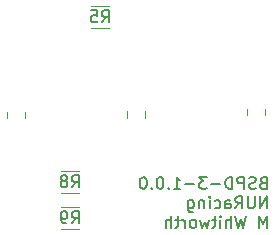
<source format=gbr>
G04 #@! TF.GenerationSoftware,KiCad,Pcbnew,(5.1.6)-1*
G04 #@! TF.CreationDate,2021-06-24T15:04:22+10:00*
G04 #@! TF.ProjectId,BSPD_Accumulator,42535044-5f41-4636-9375-6d756c61746f,rev?*
G04 #@! TF.SameCoordinates,Original*
G04 #@! TF.FileFunction,Legend,Bot*
G04 #@! TF.FilePolarity,Positive*
%FSLAX46Y46*%
G04 Gerber Fmt 4.6, Leading zero omitted, Abs format (unit mm)*
G04 Created by KiCad (PCBNEW (5.1.6)-1) date 2021-06-24 15:04:22*
%MOMM*%
%LPD*%
G01*
G04 APERTURE LIST*
%ADD10C,0.150000*%
%ADD11C,0.120000*%
G04 APERTURE END LIST*
D10*
X99153071Y-74478571D02*
X99010214Y-74526190D01*
X98962595Y-74573809D01*
X98914976Y-74669047D01*
X98914976Y-74811904D01*
X98962595Y-74907142D01*
X99010214Y-74954761D01*
X99105452Y-75002380D01*
X99486404Y-75002380D01*
X99486404Y-74002380D01*
X99153071Y-74002380D01*
X99057833Y-74050000D01*
X99010214Y-74097619D01*
X98962595Y-74192857D01*
X98962595Y-74288095D01*
X99010214Y-74383333D01*
X99057833Y-74430952D01*
X99153071Y-74478571D01*
X99486404Y-74478571D01*
X98534023Y-74954761D02*
X98391166Y-75002380D01*
X98153071Y-75002380D01*
X98057833Y-74954761D01*
X98010214Y-74907142D01*
X97962595Y-74811904D01*
X97962595Y-74716666D01*
X98010214Y-74621428D01*
X98057833Y-74573809D01*
X98153071Y-74526190D01*
X98343547Y-74478571D01*
X98438785Y-74430952D01*
X98486404Y-74383333D01*
X98534023Y-74288095D01*
X98534023Y-74192857D01*
X98486404Y-74097619D01*
X98438785Y-74050000D01*
X98343547Y-74002380D01*
X98105452Y-74002380D01*
X97962595Y-74050000D01*
X97534023Y-75002380D02*
X97534023Y-74002380D01*
X97153071Y-74002380D01*
X97057833Y-74050000D01*
X97010214Y-74097619D01*
X96962595Y-74192857D01*
X96962595Y-74335714D01*
X97010214Y-74430952D01*
X97057833Y-74478571D01*
X97153071Y-74526190D01*
X97534023Y-74526190D01*
X96534023Y-75002380D02*
X96534023Y-74002380D01*
X96295928Y-74002380D01*
X96153071Y-74050000D01*
X96057833Y-74145238D01*
X96010214Y-74240476D01*
X95962595Y-74430952D01*
X95962595Y-74573809D01*
X96010214Y-74764285D01*
X96057833Y-74859523D01*
X96153071Y-74954761D01*
X96295928Y-75002380D01*
X96534023Y-75002380D01*
X95534023Y-74621428D02*
X94772119Y-74621428D01*
X94391166Y-74002380D02*
X93772119Y-74002380D01*
X94105452Y-74383333D01*
X93962595Y-74383333D01*
X93867357Y-74430952D01*
X93819738Y-74478571D01*
X93772119Y-74573809D01*
X93772119Y-74811904D01*
X93819738Y-74907142D01*
X93867357Y-74954761D01*
X93962595Y-75002380D01*
X94248309Y-75002380D01*
X94343547Y-74954761D01*
X94391166Y-74907142D01*
X93343547Y-74621428D02*
X92581642Y-74621428D01*
X91581642Y-75002380D02*
X92153071Y-75002380D01*
X91867357Y-75002380D02*
X91867357Y-74002380D01*
X91962595Y-74145238D01*
X92057833Y-74240476D01*
X92153071Y-74288095D01*
X91153071Y-74907142D02*
X91105452Y-74954761D01*
X91153071Y-75002380D01*
X91200690Y-74954761D01*
X91153071Y-74907142D01*
X91153071Y-75002380D01*
X90486404Y-74002380D02*
X90391166Y-74002380D01*
X90295928Y-74050000D01*
X90248309Y-74097619D01*
X90200690Y-74192857D01*
X90153071Y-74383333D01*
X90153071Y-74621428D01*
X90200690Y-74811904D01*
X90248309Y-74907142D01*
X90295928Y-74954761D01*
X90391166Y-75002380D01*
X90486404Y-75002380D01*
X90581642Y-74954761D01*
X90629261Y-74907142D01*
X90676880Y-74811904D01*
X90724500Y-74621428D01*
X90724500Y-74383333D01*
X90676880Y-74192857D01*
X90629261Y-74097619D01*
X90581642Y-74050000D01*
X90486404Y-74002380D01*
X89724500Y-74907142D02*
X89676880Y-74954761D01*
X89724500Y-75002380D01*
X89772119Y-74954761D01*
X89724500Y-74907142D01*
X89724500Y-75002380D01*
X89057833Y-74002380D02*
X88962595Y-74002380D01*
X88867357Y-74050000D01*
X88819738Y-74097619D01*
X88772119Y-74192857D01*
X88724500Y-74383333D01*
X88724500Y-74621428D01*
X88772119Y-74811904D01*
X88819738Y-74907142D01*
X88867357Y-74954761D01*
X88962595Y-75002380D01*
X89057833Y-75002380D01*
X89153071Y-74954761D01*
X89200690Y-74907142D01*
X89248309Y-74811904D01*
X89295928Y-74621428D01*
X89295928Y-74383333D01*
X89248309Y-74192857D01*
X89200690Y-74097619D01*
X89153071Y-74050000D01*
X89057833Y-74002380D01*
X99486404Y-76652380D02*
X99486404Y-75652380D01*
X98914976Y-76652380D01*
X98914976Y-75652380D01*
X98438785Y-75652380D02*
X98438785Y-76461904D01*
X98391166Y-76557142D01*
X98343547Y-76604761D01*
X98248309Y-76652380D01*
X98057833Y-76652380D01*
X97962595Y-76604761D01*
X97914976Y-76557142D01*
X97867357Y-76461904D01*
X97867357Y-75652380D01*
X96819738Y-76652380D02*
X97153071Y-76176190D01*
X97391166Y-76652380D02*
X97391166Y-75652380D01*
X97010214Y-75652380D01*
X96914976Y-75700000D01*
X96867357Y-75747619D01*
X96819738Y-75842857D01*
X96819738Y-75985714D01*
X96867357Y-76080952D01*
X96914976Y-76128571D01*
X97010214Y-76176190D01*
X97391166Y-76176190D01*
X95962595Y-76652380D02*
X95962595Y-76128571D01*
X96010214Y-76033333D01*
X96105452Y-75985714D01*
X96295928Y-75985714D01*
X96391166Y-76033333D01*
X95962595Y-76604761D02*
X96057833Y-76652380D01*
X96295928Y-76652380D01*
X96391166Y-76604761D01*
X96438785Y-76509523D01*
X96438785Y-76414285D01*
X96391166Y-76319047D01*
X96295928Y-76271428D01*
X96057833Y-76271428D01*
X95962595Y-76223809D01*
X95057833Y-76604761D02*
X95153071Y-76652380D01*
X95343547Y-76652380D01*
X95438785Y-76604761D01*
X95486404Y-76557142D01*
X95534023Y-76461904D01*
X95534023Y-76176190D01*
X95486404Y-76080952D01*
X95438785Y-76033333D01*
X95343547Y-75985714D01*
X95153071Y-75985714D01*
X95057833Y-76033333D01*
X94629261Y-76652380D02*
X94629261Y-75985714D01*
X94629261Y-75652380D02*
X94676880Y-75700000D01*
X94629261Y-75747619D01*
X94581642Y-75700000D01*
X94629261Y-75652380D01*
X94629261Y-75747619D01*
X94153071Y-75985714D02*
X94153071Y-76652380D01*
X94153071Y-76080952D02*
X94105452Y-76033333D01*
X94010214Y-75985714D01*
X93867357Y-75985714D01*
X93772119Y-76033333D01*
X93724500Y-76128571D01*
X93724500Y-76652380D01*
X92819738Y-75985714D02*
X92819738Y-76795238D01*
X92867357Y-76890476D01*
X92914976Y-76938095D01*
X93010214Y-76985714D01*
X93153071Y-76985714D01*
X93248309Y-76938095D01*
X92819738Y-76604761D02*
X92914976Y-76652380D01*
X93105452Y-76652380D01*
X93200690Y-76604761D01*
X93248309Y-76557142D01*
X93295928Y-76461904D01*
X93295928Y-76176190D01*
X93248309Y-76080952D01*
X93200690Y-76033333D01*
X93105452Y-75985714D01*
X92914976Y-75985714D01*
X92819738Y-76033333D01*
X99486404Y-78302380D02*
X99486404Y-77302380D01*
X99153071Y-78016666D01*
X98819738Y-77302380D01*
X98819738Y-78302380D01*
X97676880Y-77302380D02*
X97438785Y-78302380D01*
X97248309Y-77588095D01*
X97057833Y-78302380D01*
X96819738Y-77302380D01*
X96438785Y-78302380D02*
X96438785Y-77302380D01*
X96010214Y-78302380D02*
X96010214Y-77778571D01*
X96057833Y-77683333D01*
X96153071Y-77635714D01*
X96295928Y-77635714D01*
X96391166Y-77683333D01*
X96438785Y-77730952D01*
X95534023Y-78302380D02*
X95534023Y-77635714D01*
X95534023Y-77302380D02*
X95581642Y-77350000D01*
X95534023Y-77397619D01*
X95486404Y-77350000D01*
X95534023Y-77302380D01*
X95534023Y-77397619D01*
X95200690Y-77635714D02*
X94819738Y-77635714D01*
X95057833Y-77302380D02*
X95057833Y-78159523D01*
X95010214Y-78254761D01*
X94914976Y-78302380D01*
X94819738Y-78302380D01*
X94581642Y-77635714D02*
X94391166Y-78302380D01*
X94200690Y-77826190D01*
X94010214Y-78302380D01*
X93819738Y-77635714D01*
X93295928Y-78302380D02*
X93391166Y-78254761D01*
X93438785Y-78207142D01*
X93486404Y-78111904D01*
X93486404Y-77826190D01*
X93438785Y-77730952D01*
X93391166Y-77683333D01*
X93295928Y-77635714D01*
X93153071Y-77635714D01*
X93057833Y-77683333D01*
X93010214Y-77730952D01*
X92962595Y-77826190D01*
X92962595Y-78111904D01*
X93010214Y-78207142D01*
X93057833Y-78254761D01*
X93153071Y-78302380D01*
X93295928Y-78302380D01*
X92534023Y-78302380D02*
X92534023Y-77635714D01*
X92534023Y-77826190D02*
X92486404Y-77730952D01*
X92438785Y-77683333D01*
X92343547Y-77635714D01*
X92248309Y-77635714D01*
X92057833Y-77635714D02*
X91676880Y-77635714D01*
X91914976Y-77302380D02*
X91914976Y-78159523D01*
X91867357Y-78254761D01*
X91772119Y-78302380D01*
X91676880Y-78302380D01*
X91343547Y-78302380D02*
X91343547Y-77302380D01*
X90914976Y-78302380D02*
X90914976Y-77778571D01*
X90962595Y-77683333D01*
X91057833Y-77635714D01*
X91200690Y-77635714D01*
X91295928Y-77683333D01*
X91343547Y-77730952D01*
D11*
X89127000Y-68445748D02*
X89127000Y-68968252D01*
X87657000Y-68445748D02*
X87657000Y-68968252D01*
X97817000Y-68255248D02*
X97817000Y-68777752D01*
X99287000Y-68255248D02*
X99287000Y-68777752D01*
X77497000Y-68509248D02*
X77497000Y-69031752D01*
X78967000Y-68509248D02*
X78967000Y-69031752D01*
X84616936Y-61362000D02*
X86071064Y-61362000D01*
X84616936Y-59542000D02*
X86071064Y-59542000D01*
X82076936Y-73512000D02*
X83531064Y-73512000D01*
X82076936Y-75332000D02*
X83531064Y-75332000D01*
X82076936Y-78380000D02*
X83531064Y-78380000D01*
X82076936Y-76560000D02*
X83531064Y-76560000D01*
D10*
X85510666Y-60904380D02*
X85844000Y-60428190D01*
X86082095Y-60904380D02*
X86082095Y-59904380D01*
X85701142Y-59904380D01*
X85605904Y-59952000D01*
X85558285Y-59999619D01*
X85510666Y-60094857D01*
X85510666Y-60237714D01*
X85558285Y-60332952D01*
X85605904Y-60380571D01*
X85701142Y-60428190D01*
X86082095Y-60428190D01*
X84605904Y-59904380D02*
X85082095Y-59904380D01*
X85129714Y-60380571D01*
X85082095Y-60332952D01*
X84986857Y-60285333D01*
X84748761Y-60285333D01*
X84653523Y-60332952D01*
X84605904Y-60380571D01*
X84558285Y-60475809D01*
X84558285Y-60713904D01*
X84605904Y-60809142D01*
X84653523Y-60856761D01*
X84748761Y-60904380D01*
X84986857Y-60904380D01*
X85082095Y-60856761D01*
X85129714Y-60809142D01*
X82970666Y-74874380D02*
X83304000Y-74398190D01*
X83542095Y-74874380D02*
X83542095Y-73874380D01*
X83161142Y-73874380D01*
X83065904Y-73922000D01*
X83018285Y-73969619D01*
X82970666Y-74064857D01*
X82970666Y-74207714D01*
X83018285Y-74302952D01*
X83065904Y-74350571D01*
X83161142Y-74398190D01*
X83542095Y-74398190D01*
X82399238Y-74302952D02*
X82494476Y-74255333D01*
X82542095Y-74207714D01*
X82589714Y-74112476D01*
X82589714Y-74064857D01*
X82542095Y-73969619D01*
X82494476Y-73922000D01*
X82399238Y-73874380D01*
X82208761Y-73874380D01*
X82113523Y-73922000D01*
X82065904Y-73969619D01*
X82018285Y-74064857D01*
X82018285Y-74112476D01*
X82065904Y-74207714D01*
X82113523Y-74255333D01*
X82208761Y-74302952D01*
X82399238Y-74302952D01*
X82494476Y-74350571D01*
X82542095Y-74398190D01*
X82589714Y-74493428D01*
X82589714Y-74683904D01*
X82542095Y-74779142D01*
X82494476Y-74826761D01*
X82399238Y-74874380D01*
X82208761Y-74874380D01*
X82113523Y-74826761D01*
X82065904Y-74779142D01*
X82018285Y-74683904D01*
X82018285Y-74493428D01*
X82065904Y-74398190D01*
X82113523Y-74350571D01*
X82208761Y-74302952D01*
X82970666Y-77922380D02*
X83304000Y-77446190D01*
X83542095Y-77922380D02*
X83542095Y-76922380D01*
X83161142Y-76922380D01*
X83065904Y-76970000D01*
X83018285Y-77017619D01*
X82970666Y-77112857D01*
X82970666Y-77255714D01*
X83018285Y-77350952D01*
X83065904Y-77398571D01*
X83161142Y-77446190D01*
X83542095Y-77446190D01*
X82494476Y-77922380D02*
X82304000Y-77922380D01*
X82208761Y-77874761D01*
X82161142Y-77827142D01*
X82065904Y-77684285D01*
X82018285Y-77493809D01*
X82018285Y-77112857D01*
X82065904Y-77017619D01*
X82113523Y-76970000D01*
X82208761Y-76922380D01*
X82399238Y-76922380D01*
X82494476Y-76970000D01*
X82542095Y-77017619D01*
X82589714Y-77112857D01*
X82589714Y-77350952D01*
X82542095Y-77446190D01*
X82494476Y-77493809D01*
X82399238Y-77541428D01*
X82208761Y-77541428D01*
X82113523Y-77493809D01*
X82065904Y-77446190D01*
X82018285Y-77350952D01*
M02*

</source>
